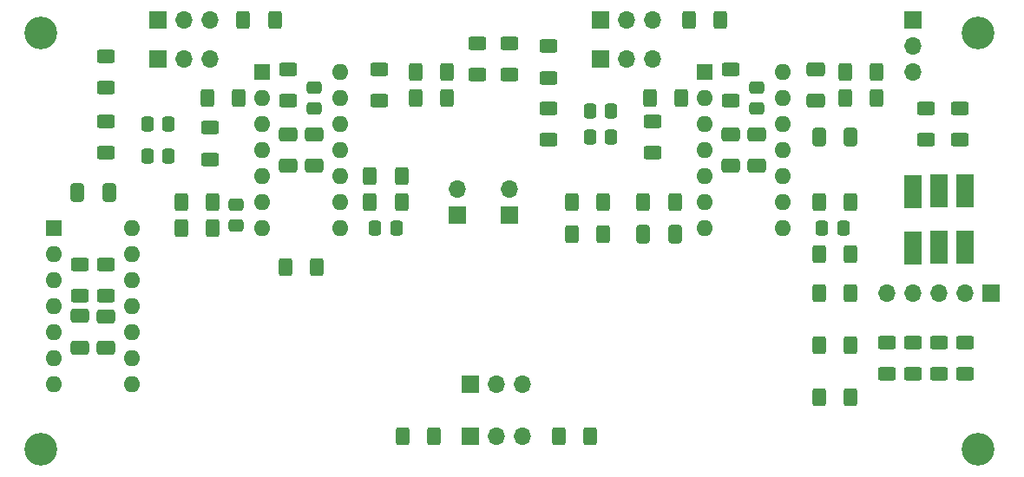
<source format=gbr>
%TF.GenerationSoftware,KiCad,Pcbnew,(6.0.10)*%
%TF.CreationDate,2023-04-08T13:29:21+03:00*%
%TF.ProjectId,DelSol_Modulator,44656c53-6f6c-45f4-9d6f-64756c61746f,rev?*%
%TF.SameCoordinates,Original*%
%TF.FileFunction,Soldermask,Bot*%
%TF.FilePolarity,Negative*%
%FSLAX46Y46*%
G04 Gerber Fmt 4.6, Leading zero omitted, Abs format (unit mm)*
G04 Created by KiCad (PCBNEW (6.0.10)) date 2023-04-08 13:29:21*
%MOMM*%
%LPD*%
G01*
G04 APERTURE LIST*
G04 Aperture macros list*
%AMRoundRect*
0 Rectangle with rounded corners*
0 $1 Rounding radius*
0 $2 $3 $4 $5 $6 $7 $8 $9 X,Y pos of 4 corners*
0 Add a 4 corners polygon primitive as box body*
4,1,4,$2,$3,$4,$5,$6,$7,$8,$9,$2,$3,0*
0 Add four circle primitives for the rounded corners*
1,1,$1+$1,$2,$3*
1,1,$1+$1,$4,$5*
1,1,$1+$1,$6,$7*
1,1,$1+$1,$8,$9*
0 Add four rect primitives between the rounded corners*
20,1,$1+$1,$2,$3,$4,$5,0*
20,1,$1+$1,$4,$5,$6,$7,0*
20,1,$1+$1,$6,$7,$8,$9,0*
20,1,$1+$1,$8,$9,$2,$3,0*%
G04 Aperture macros list end*
%ADD10C,3.200000*%
%ADD11R,1.700000X1.700000*%
%ADD12O,1.700000X1.700000*%
%ADD13R,1.600000X1.600000*%
%ADD14O,1.600000X1.600000*%
%ADD15RoundRect,0.250000X0.337500X0.475000X-0.337500X0.475000X-0.337500X-0.475000X0.337500X-0.475000X0*%
%ADD16RoundRect,0.250000X0.625000X-0.400000X0.625000X0.400000X-0.625000X0.400000X-0.625000X-0.400000X0*%
%ADD17RoundRect,0.250000X0.400000X0.625000X-0.400000X0.625000X-0.400000X-0.625000X0.400000X-0.625000X0*%
%ADD18RoundRect,0.250000X-0.625000X0.400000X-0.625000X-0.400000X0.625000X-0.400000X0.625000X0.400000X0*%
%ADD19R,1.700000X3.300000*%
%ADD20RoundRect,0.250000X0.650000X-0.412500X0.650000X0.412500X-0.650000X0.412500X-0.650000X-0.412500X0*%
%ADD21RoundRect,0.250000X-0.400000X-0.625000X0.400000X-0.625000X0.400000X0.625000X-0.400000X0.625000X0*%
%ADD22RoundRect,0.250000X-0.650000X0.412500X-0.650000X-0.412500X0.650000X-0.412500X0.650000X0.412500X0*%
%ADD23RoundRect,0.250000X0.475000X-0.337500X0.475000X0.337500X-0.475000X0.337500X-0.475000X-0.337500X0*%
%ADD24RoundRect,0.250000X-0.412500X-0.650000X0.412500X-0.650000X0.412500X0.650000X-0.412500X0.650000X0*%
%ADD25RoundRect,0.250000X0.412500X0.650000X-0.412500X0.650000X-0.412500X-0.650000X0.412500X-0.650000X0*%
%ADD26RoundRect,0.250000X-0.337500X-0.475000X0.337500X-0.475000X0.337500X0.475000X-0.337500X0.475000X0*%
G04 APERTURE END LIST*
D10*
X36830000Y-34290000D03*
D11*
X78755000Y-68580000D03*
D12*
X81295000Y-68580000D03*
X83835000Y-68580000D03*
D13*
X58420000Y-38100000D03*
D14*
X58420000Y-40640000D03*
X58420000Y-43180000D03*
X58420000Y-45720000D03*
X58420000Y-48260000D03*
X58420000Y-50800000D03*
X58420000Y-53340000D03*
X66040000Y-53340000D03*
X66040000Y-50800000D03*
X66040000Y-48260000D03*
X66040000Y-45720000D03*
X66040000Y-43180000D03*
X66040000Y-40640000D03*
X66040000Y-38100000D03*
D10*
X128270000Y-74930000D03*
D11*
X48260000Y-33020000D03*
D12*
X50800000Y-33020000D03*
X53340000Y-33020000D03*
D11*
X91455000Y-33020000D03*
D12*
X93995000Y-33020000D03*
X96535000Y-33020000D03*
D11*
X121920000Y-33035000D03*
D12*
X121920000Y-35575000D03*
X121920000Y-38115000D03*
D11*
X129535000Y-59690000D03*
D12*
X126995000Y-59690000D03*
X124455000Y-59690000D03*
X121915000Y-59690000D03*
X119375000Y-59690000D03*
D11*
X91440000Y-36830000D03*
D12*
X93980000Y-36830000D03*
X96520000Y-36830000D03*
D10*
X36830000Y-74930000D03*
X128270000Y-34290000D03*
D11*
X48275000Y-36830000D03*
D12*
X50815000Y-36830000D03*
X53355000Y-36830000D03*
D13*
X101610000Y-38095000D03*
D14*
X101610000Y-40635000D03*
X101610000Y-43175000D03*
X101610000Y-45715000D03*
X101610000Y-48255000D03*
X101610000Y-50795000D03*
X101610000Y-53335000D03*
X109230000Y-53335000D03*
X109230000Y-50795000D03*
X109230000Y-48255000D03*
X109230000Y-45715000D03*
X109230000Y-43175000D03*
X109230000Y-40635000D03*
X109230000Y-38095000D03*
D11*
X82550000Y-52070000D03*
D12*
X82550000Y-49530000D03*
D11*
X77470000Y-52070000D03*
D12*
X77470000Y-49530000D03*
D11*
X78740000Y-73660000D03*
D12*
X81280000Y-73660000D03*
X83820000Y-73660000D03*
D13*
X38110000Y-53335000D03*
D14*
X38110000Y-55875000D03*
X38110000Y-58415000D03*
X38110000Y-60955000D03*
X38110000Y-63495000D03*
X38110000Y-66035000D03*
X38110000Y-68575000D03*
X45730000Y-68575000D03*
X45730000Y-66035000D03*
X45730000Y-63495000D03*
X45730000Y-60955000D03*
X45730000Y-58415000D03*
X45730000Y-55875000D03*
X45730000Y-53335000D03*
D15*
X49297500Y-46345000D03*
X47222500Y-46345000D03*
D16*
X60960000Y-40920000D03*
X60960000Y-37820000D03*
D17*
X76480000Y-40640000D03*
X73380000Y-40640000D03*
D18*
X43180000Y-36550000D03*
X43180000Y-39650000D03*
D17*
X56160000Y-40640000D03*
X53060000Y-40640000D03*
D19*
X127000000Y-55210000D03*
X127000000Y-49710000D03*
D20*
X43180000Y-65062500D03*
X43180000Y-61937500D03*
D18*
X79375000Y-35280000D03*
X79375000Y-38380000D03*
D17*
X72035000Y-50800000D03*
X68935000Y-50800000D03*
X115850000Y-59690000D03*
X112750000Y-59690000D03*
X59690000Y-33020000D03*
X56590000Y-33020000D03*
D15*
X92477500Y-41910000D03*
X90402500Y-41910000D03*
D18*
X86360000Y-35560000D03*
X86360000Y-38660000D03*
D21*
X88620000Y-53975000D03*
X91720000Y-53975000D03*
D16*
X96520000Y-46000000D03*
X96520000Y-42900000D03*
D18*
X69850000Y-37820000D03*
X69850000Y-40920000D03*
X123190000Y-41630000D03*
X123190000Y-44730000D03*
D22*
X40640000Y-61872500D03*
X40640000Y-64997500D03*
D15*
X49297500Y-43180000D03*
X47222500Y-43180000D03*
D16*
X104140000Y-40920000D03*
X104140000Y-37820000D03*
D19*
X124460000Y-55220000D03*
X124460000Y-49720000D03*
D23*
X63500000Y-41677500D03*
X63500000Y-39602500D03*
D17*
X99340000Y-40640000D03*
X96240000Y-40640000D03*
X75210000Y-73660000D03*
X72110000Y-73660000D03*
D16*
X124460000Y-67590000D03*
X124460000Y-64490000D03*
D24*
X40357500Y-49860000D03*
X43482500Y-49860000D03*
D21*
X115290000Y-40640000D03*
X118390000Y-40640000D03*
D16*
X40640000Y-59970000D03*
X40640000Y-56870000D03*
D22*
X112395000Y-37807500D03*
X112395000Y-40932500D03*
D16*
X53340000Y-46635000D03*
X53340000Y-43535000D03*
D20*
X60960000Y-47282500D03*
X60960000Y-44157500D03*
D21*
X60680000Y-57150000D03*
X63780000Y-57150000D03*
D25*
X98717500Y-53975000D03*
X95592500Y-53975000D03*
D21*
X112750000Y-55880000D03*
X115850000Y-55880000D03*
D17*
X115850000Y-69850000D03*
X112750000Y-69850000D03*
D19*
X121920000Y-55270000D03*
X121920000Y-49770000D03*
D20*
X104140000Y-47282500D03*
X104140000Y-44157500D03*
D17*
X76480000Y-38100000D03*
X73380000Y-38100000D03*
D16*
X43180000Y-59970000D03*
X43180000Y-56870000D03*
D21*
X68935000Y-48260000D03*
X72035000Y-48260000D03*
D23*
X55880000Y-53107500D03*
X55880000Y-51032500D03*
D18*
X119380000Y-64490000D03*
X119380000Y-67590000D03*
D21*
X50520000Y-50800000D03*
X53620000Y-50800000D03*
D25*
X115862500Y-44450000D03*
X112737500Y-44450000D03*
D16*
X127000000Y-67590000D03*
X127000000Y-64490000D03*
D18*
X43180000Y-42900000D03*
X43180000Y-46000000D03*
D21*
X115290000Y-38100000D03*
X118390000Y-38100000D03*
D17*
X115850000Y-50800000D03*
X112750000Y-50800000D03*
D26*
X69447500Y-53340000D03*
X71522500Y-53340000D03*
D21*
X95605000Y-50800000D03*
X98705000Y-50800000D03*
D22*
X106680000Y-44157500D03*
X106680000Y-47282500D03*
D18*
X82550000Y-35280000D03*
X82550000Y-38380000D03*
D16*
X126530000Y-44730000D03*
X126530000Y-41630000D03*
D18*
X86360000Y-41630000D03*
X86360000Y-44730000D03*
D17*
X115850000Y-64770000D03*
X112750000Y-64770000D03*
D22*
X63500000Y-44157500D03*
X63500000Y-47282500D03*
D23*
X106680000Y-41677500D03*
X106680000Y-39602500D03*
D21*
X87350000Y-73660000D03*
X90450000Y-73660000D03*
D16*
X121920000Y-67590000D03*
X121920000Y-64490000D03*
D15*
X92477500Y-44450000D03*
X90402500Y-44450000D03*
D26*
X113030000Y-53340000D03*
X115105000Y-53340000D03*
D17*
X103150000Y-33020000D03*
X100050000Y-33020000D03*
D21*
X88620000Y-50800000D03*
X91720000Y-50800000D03*
X50520000Y-53340000D03*
X53620000Y-53340000D03*
M02*

</source>
